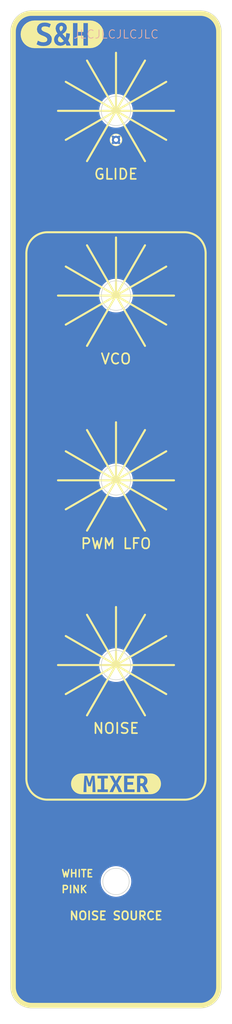
<source format=kicad_pcb>
(kicad_pcb (version 20211014) (generator pcbnew)
  (title_block (title "Josh Ox Ribbon Synth S&H panel") (date "2022-07-13") (rev "0") (comment 2 "creativecommons.org.licences/by.4.0") (comment 3 "license: CC by 4.0") (comment 4 "Author: Jordan Aceto"))
  (layers (0 "F.Cu" signal) (31 "B.Cu" signal) (34 "B.Paste" user) (35 "F.Paste" user) (36 "B.SilkS" user "B.Silkscreen") (37 "F.SilkS" user "F.Silkscreen") (38 "B.Mask" user) (39 "F.Mask" user "footprints") (44 "Edge.Cuts" user))
  (net 0 "")
  (net 1 "GND")
  (footprint "TestPoint:TestPoint_Keystone_5000-5004_Miniature" (layer "F.Cu") (at 60.325 51.435)
    (fp_text reference "TP1" hide)
    (fp_text value "dummy")
    (fp_circle (center 0 0) (end 1.4 0) (layer "F.SilkS") (width 0.15) (fill none))
    (pad "1" thru_hole circle (at 0 0) (size 2 2) (drill 1) (layers *.Cu *.Mask) (net 1 "GND"))
  )
  (footprint "kibuzzard-62C2EB71" (layer "F.Cu") (at 47.375 26.035)
    (fp_text reference "kibuzzard-62C2EB71" hide)
    (fp_text value "G***" hide)
    (fp_poly (pts (xy -6.177359 -3.332824) (xy -5.975449 -1.881584) (xy -5.605462 -2.392363) (xy -5.235354 -2.630047) (xy -4.782784 -2.772657) (xy -4.247753 -2.820194) (xy -3.781722 -2.791817) (xy -3.378993 -2.706688) (xy -2.754709 -2.453481) (xy -3.069034 -1.624013) (xy -3.553618 -1.833563) (xy -4.169171 -1.920875) (xy -4.644539 -1.851995) (xy -4.92976 -1.645356) (xy -5.024834 -1.300956) (xy -4.937521 -1.025922) (xy -4.714874 -0.816372) (xy -4.409281 -0.654844) (xy -4.073128 -0.523875) (xy -3.544887 -0.309959) (xy -3.038474 0.004366) (xy -2.658665 0.493316) (xy -1.924149 0.874216) (xy -1.763712 0.484584) (xy -1.496317 0.134243) (xy -1.121965 -0.157163) (xy -1.466849 -0.759619) (xy -1.602184 -1.414463) (xy -1.479946 -2.030016) (xy -1.15689 -2.470944) (xy -0.707231 -2.732881) (xy -0.196453 -2.820194) (xy 0.283766 -2.741613) (xy 6.17736 -2.697956) (xy 6.17736 2.706688) (xy 5.103416 2.706688) (xy 5.103416 0.323056) (xy 3.671491 0.323056) (xy 3.671491 2.706688) (xy 2.597547 2.706688) (xy 2.597547 -2.697956) (xy 3.671491 -2.697956) (xy 3.671491 -0.567531) (xy 5.103416 -0.567531) (xy 5.103416 -2.697956) (xy 6.17736 -2.697956) (xy 0.283766 -2.741613) (xy 0.702866 -2.510234) (xy 0.999729 -2.126059) (xy 1.113235 -1.589088) (xy 1.049933 -1.175445) (xy 0.860029 -0.772716) (xy 0.53479 -0.404912) (xy 0.065485 -0.096044) (xy 0.432197 0.331788) (xy 0.825104 0.777081) (xy 0.918965 0.290314) (xy 0.956072 -0.2794) (xy 1.84666 -0.165894) (xy 1.810644 0.305594) (xy 1.720057 0.742156) (xy 1.585814 1.141611) (xy 1.418829 1.501775) (xy 1.794272 2.0955) (xy 2.047479 2.706688) (xy 1.025922 2.706688) (xy 0.816372 2.243931) (xy 0.515144 2.474218) (xy 0.205185 2.641203) (xy -0.414734 2.776538) (xy -1.100137 2.6543) (xy -1.589087 2.326878) (xy -1.881584 1.851025) (xy -1.977628 1.283494) (xy -1.924149 0.874216) (xy -2.658665 0.493316) (xy -2.547342 0.824012) (xy -2.510234 1.231106) (xy -2.633563 1.904504) (xy -3.003549 2.405459) (xy -3.38918 2.635867) (xy -3.888316 2.774112) (xy -4.500959 2.820194) (xy -5.105598 2.784177) (xy -5.574903 2.676128) (xy -6.177359 2.409825) (xy -5.863034 1.5367) (xy -5.299868 1.798638) (xy -4.93643 1.890316) (xy -4.500959 1.920875) (xy -4.051299 1.864122) (xy -3.767534 1.706959) (xy -3.623468 1.479947) (xy -3.584178 1.222375) (xy -3.680221 0.925513) (xy -3.924696 0.694134) (xy -4.256484 0.510778) (xy -4.623196 0.357981) (xy -5.129609 0.157163) (xy -5.605462 -0.130969) (xy -5.959078 -0.563166) (xy -6.098778 -1.204913) (xy -5.975449 -1.881584) (xy -6.177359 -3.332824) (xy -6.689989 -3.332824) (xy -7.340191 -3.268785) (xy -7.965406 -3.079128) (xy -8.541607 -2.771142) (xy -9.046651 -2.356662) (xy -9.461131 -1.851618) (xy -9.769117 -1.275417) (xy -9.958774 -0.650202) (xy -10.022813 0) (xy -9.958774 0.650202) (xy -9.769117 1.275417) (xy -9.461131 1.851618) (xy -9.046651 2.356662) (xy -8.541607 2.771142) (xy -7.965406 3.079128) (xy -7.340191 3.268785) (xy -6.689989 3.332824) (xy -6.177359 3.332824) (xy 6.17736 3.332824) (xy 6.68999 3.332824) (xy 7.340192 3.268784) (xy 7.965406 3.079128) (xy 8.541607 2.771141) (xy 9.046652 2.356662) (xy 9.461131 1.851617) (xy 9.769117 1.275416) (xy 9.958774 0.650202) (xy 10.022813 0) (xy 9.958774 -0.650202) (xy 9.769117 -1.275416) (xy 9.461131 -1.851617) (xy 9.046652 -2.356662) (xy 8.541607 -2.771141) (xy 7.965406 -3.079128) (xy 7.340192 -3.268784) (xy 6.68999 -3.332824) (xy 6.17736 -3.332824) (xy -6.177359 -3.332824)) (layer "F.SilkS") (width 0) (fill solid))
    (fp_poly (pts (xy 0.388541 1.615281) (xy 0.139701 1.314053) (xy -0.117871 1.021556) (xy -0.377626 0.735608) (xy -0.633015 0.454025) (xy -0.942974 0.772716) (xy -1.060846 1.231106) (xy -0.908049 1.74625) (xy -0.38854 1.964531) (xy 0.013097 1.88595) (xy 0.388541 1.615281)) (layer "F.SilkS") (width 0) (fill solid))
    (fp_poly (pts (xy -0.676671 -1.46685) (xy -0.59809 -1.078309) (xy -0.379809 -0.672306) (xy 0.048022 -1.087041) (xy 0.196454 -1.580356) (xy 0.087313 -1.925241) (xy -0.196453 -2.043113) (xy -0.545703 -1.894681) (xy -0.676671 -1.46685)) (layer "F.SilkS") (width 0) (fill solid))
  )
  (footprint "kibuzzard-62C2EA91" (layer "F.Cu") (at 60.325 206.375)
    (fp_text reference "kibuzzard-62C2EA91" hide)
    (fp_text value "G***" hide)
    (fp_poly (pts (xy -7.82955 -2.50018) (xy -6.95325 -1.9431) (xy -6.842125 -1.6002) (xy -6.69925 -1.14935) (xy -6.54685 -0.6604) (xy -6.4008 -0.2032) (xy -6.24205 -0.688975) (xy -6.0833 -1.171575) (xy -5.9436 -1.60655) (xy -5.8293 -1.9431) (xy -5.1816 -1.9431) (xy 6.0833 -1.98755) (xy 6.403975 -1.9685) (xy 6.6929 -1.91135) (xy 6.9469 -1.814513) (xy 7.1628 -1.6764) (xy 7.464425 -1.273175) (xy 7.543006 -1.007269) (xy 7.5692 -0.6985) (xy 7.534275 -0.371475) (xy 7.4295 -0.0762) (xy 7.243762 0.169863) (xy 6.96595 0.34925) (xy 7.19455 0.714375) (xy 7.4295 1.133475) (xy 7.648575 1.571625) (xy 7.82955 1.98755) (xy 7.0104 1.98755) (xy 6.852443 1.613694) (xy 6.670675 1.254125) (xy 6.469856 0.899319) (xy 6.25475 0.53975) (xy 5.84835 0.53975) (xy 5.84835 1.98755) (xy 5.0673 1.98755) (xy 5.0673 -1.88595) (xy 5.318125 -1.933575) (xy 5.59435 -1.965325) (xy 5.86105 -1.9812) (xy 6.0833 -1.98755) (xy -5.1816 -1.9431) (xy -5.137944 -1.4351) (xy -5.095875 -0.9398) (xy -5.057775 -0.453231) (xy -5.026025 0.028575) (xy -4.999832 0.509588) (xy -4.9784 0.993775) (xy -4.4577 1.98755) (xy -4.4577 1.33985) (xy -3.60045 1.33985) (xy -3.60045 -1.2954) (xy -4.4577 -1.2954) (xy -4.4577 -1.9431) (xy -1.96215 -1.9431) (xy -1.96215 -1.2954) (xy -2.81305 -1.2954) (xy -2.81305 1.33985) (xy -1.96215 1.33985) (xy -1.368425 1.5748) (xy -1.23825 1.323975) (xy -1.095375 1.0541) (xy -0.942182 0.770731) (xy -0.78105 0.479425) (xy -0.619125 0.189706) (xy -0.46355 -0.0889) (xy -1.49225 -1.9431) (xy -0.6477 -1.9431) (xy -0.0254 -0.6858) (xy 0.62865 -1.9431) (xy 1.41605 -1.9431) (xy 0.41275 -0.10795) (xy 0.582612 0.17145) (xy 0.7493 0.46355) (xy 0.908843 0.758031) (xy 1.057275 1.044575) (xy 1.191418 1.317625) (xy 1.3081 1.571625) (xy 1.47955 1.98755) (xy 0.635 1.98755) (xy 0.500856 1.646238) (xy 0.339725 1.27) (xy 0.161131 0.8763) (xy -0.0254 0.4826) (xy -0.20955 0.864394) (xy -0.3937 1.260475) (xy -0.56515 1.643856) (xy -0.7112 1.98755) (xy -1.55575 1.98755) (xy -1.368425 1.5748) (xy -1.96215 1.33985) (xy -1.96215 1.98755) (xy -4.4577 1.98755) (xy -4.9784 0.993775) (xy -4.960938 1.485106) (xy -4.94665 1.98755) (xy -5.6642 1.98755) (xy -5.6261 -1.0668) (xy -6.1087 0.5969) (xy -6.6802 0.5969) (xy -7.14375 -1.0668) (xy -7.112 1.98755) (xy -7.82955 1.98755) (xy -7.809707 1.495425) (xy -7.788275 0.98425) (xy -7.765257 0.465138) (xy -7.74065 -0.0508) (xy -7.712869 -0.557213) (xy -7.680325 -1.04775) (xy -7.643019 -1.512888) (xy -7.60095 -1.9431) (xy -6.95325 -1.9431) (xy -7.82955 -2.50018) (xy -8.342181 -2.50018) (xy -8.829941 -2.45214) (xy -9.298958 -2.309865) (xy -9.731206 -2.078824) (xy -10.110074 -1.767894) (xy -10.421004 -1.389025) (xy -10.652045 -0.956777) (xy -10.79432 -0.487761) (xy -10.84236 0) (xy -10.79432 0.487761) (xy -10.652045 0.956777) (xy -10.421004 1.389025) (xy -10.110074 1.767894) (xy -9.731206 2.078824) (xy 1.94945 1.98755) (xy 1.94945 -1.9431) (xy 4.3307 -1.9431) (xy 4.3307 -1.2954) (xy 2.7305 -1.2954) (xy 2.7305 -0.41275) (xy 4.12115 -0.41275) (xy 4.12115 0.23495) (xy 2.7305 0.23495) (xy 2.7305 1.33985) (xy 4.4704 1.33985) (xy 4.4704 1.98755) (xy 1.94945 1.98755) (xy -9.731206 2.078824) (xy -9.298958 2.309865) (xy -8.829941 2.45214) (xy -8.342181 2.50018) (xy -7.82955 2.50018) (xy 7.82955 2.50018) (xy 8.34218 2.50018) (xy 8.829941 2.45214) (xy 9.298957 2.309865) (xy 9.731206 2.078824) (xy 10.110074 1.767894) (xy 10.421004 1.389026) (xy 10.652045 0.956778) (xy 10.79432 0.487761) (xy 10.84236 0) (xy 10.79432 -0.487761) (xy 10.652045 -0.956778) (xy 10.421004 -1.389026) (xy 10.110074 -1.767894) (xy 9.731206 -2.078824) (xy 9.298957 -2.309865) (xy 8.829941 -2.45214) (xy 8.34218 -2.50018) (xy 7.82955 -2.50018) (xy -7.82955 -2.50018)) (layer "F.SilkS") (width 0) (fill solid))
    (fp_poly (pts (xy 6.77545 -0.70485) (xy 6.727825 -0.974725) (xy 6.58495 -1.16205) (xy 6.364287 -1.271588) (xy 6.0833 -1.3081) (xy 5.97535 -1.304925) (xy 5.84835 -1.28905) (xy 5.84835 -0.10795) (xy 6.0198 -0.10795) (xy 6.364287 -0.146844) (xy 6.59765 -0.263525) (xy 6.77545 -0.70485)) (layer "F.SilkS") (width 0) (fill solid))
  )
  (gr_line (start 60.325 44.45) (end 60.325 30.48) (layer "F.SilkS") (width 0.5))
  (gr_line (start 60.325 44.45) (end 67.31 32.351625) (layer "F.SilkS") (width 0.5))
  (gr_line (start 60.325 133.35) (end 72.423375 140.335) (layer "F.SilkS") (width 0.5))
  (gr_line (start 60.325 133.35) (end 46.355 133.35) (layer "F.SilkS") (width 0.5))
  (gr_line (start 60.325 133.35) (end 72.423375 126.365) (layer "F.SilkS") (width 0.5))
  (gr_line (start 60.325 177.8) (end 72.423375 170.815) (layer "F.SilkS") (width 0.5))
  (gr_line (start 60.325 177.8) (end 72.423375 184.785) (layer "F.SilkS") (width 0.5))
  (gr_line (start 60.325 88.9) (end 48.226625 81.915) (layer "F.SilkS") (width 0.5))
  (gr_line (start 60.325 88.9) (end 72.423375 81.915) (layer "F.SilkS") (width 0.5))
  (gr_line (start 60.325 177.8) (end 60.325 163.83) (layer "F.SilkS") (width 0.5))
  (gr_line (start 40.005 20.955) (end 80.645 20.955) (layer "F.SilkS") (width 1.27))
  (gr_line (start 60.325 44.45) (end 74.295 44.45) (layer "F.SilkS") (width 0.5))
  (gr_line (start 60.325 88.9) (end 60.325 74.93) (layer "F.SilkS") (width 0.5))
  (gr_line (start 60.325 133.35) (end 74.295 133.35) (layer "F.SilkS") (width 0.5))
  (gr_line (start 38.735 78.74) (end 38.734998 205.105002) (layer "F.SilkS") (width 0.5))
  (gr_line (start 60.325 44.45) (end 53.34 56.548375) (layer "F.SilkS") (width 0.5))
  (gr_line (start 60.325 88.9) (end 53.34 100.998375) (layer "F.SilkS") (width 0.5))
  (gr_line (start 60.325 177.8) (end 46.355 177.8) (layer "F.SilkS") (width 0.5))
  (gr_line (start 60.325 88.9) (end 48.226625 95.885) (layer "F.SilkS") (width 0.5))
  (gr_line (start 60.325 177.8) (end 67.31 165.701625) (layer "F.SilkS") (width 0.5))
  (gr_line (start 60.325 88.9) (end 53.34 76.801625) (layer "F.SilkS") (width 0.5))
  (gr_arc (start 85.090002 255.269998) (mid 83.788092 258.41309) (end 80.645002 259.714998) (layer "F.SilkS") (width 1.27))
  (gr_line (start 60.325 177.8) (end 53.34 165.701625) (layer "F.SilkS") (width 0.5))
  (gr_line (start 60.325 133.35) (end 67.31 121.251625) (layer "F.SilkS") (width 0.5))
  (gr_line (start 43.814998 210.185002) (end 76.835 210.185) (layer "F.SilkS") (width 0.5))
  (gr_line (start 60.325 44.45) (end 67.31 56.548375) (layer "F.SilkS") (width 0.5))
  (gr_line (start 60.325 177.8) (end 67.31 189.898375) (layer "F.SilkS") (width 0.5))
  (gr_line (start 60.325 177.8) (end 53.34 189.898375) (layer "F.SilkS") (width 0.5))
  (gr_line (start 60.325 44.45) (end 48.226625 37.465) (layer "F.SilkS") (width 0.5))
  (gr_line (start 60.325 133.35) (end 48.226625 126.365) (layer "F.SilkS") (width 0.5))
  (gr_line (start 60.325 88.9) (end 67.31 100.998375) (layer "F.SilkS") (width 0.5))
  (gr_arc (start 81.915 205.105) (mid 80.427102 208.697102) (end 76.835 210.185) (layer "F.SilkS") (width 0.5))
  (gr_line (start 60.325 177.8) (end 74.295 177.8) (layer "F.SilkS") (width 0.5))
  (gr_line (start 35.56 255.27) (end 35.56 25.4) (layer "F.SilkS") (width 1.27))
  (gr_line (start 40.005 259.715) (end 80.645 259.715) (layer "F.SilkS") (width 1.27))
  (gr_line (start 60.325 44.45) (end 53.34 32.351625) (layer "F.SilkS") (width 0.5))
  (gr_line (start 60.325 44.45) (end 72.423375 37.465) (layer "F.SilkS") (width 0.5))
  (gr_line (start 60.325 44.45) (end 46.355 44.45) (layer "F.SilkS") (width 0.5))
  (gr_line (start 81.915 205.105) (end 81.915002 78.739998) (layer "F.SilkS") (width 0.5))
  (gr_arc (start 38.735 78.74) (mid 40.222898 75.147898) (end 43.815 73.66) (layer "F.SilkS") (width 0.5))
  (gr_arc (start 80.645 20.955) (mid 83.78809 22.25691) (end 85.09 25.4) (layer "F.SilkS") (width 1.27))
  (gr_line (start 60.325 88.9) (end 67.31 76.801625) (layer "F.SilkS") (width 0.5))
  (gr_line (start 60.325 133.35) (end 48.226625 140.335) (layer "F.SilkS") (width 0.5))
  (gr_line (start 60.325 133.35) (end 67.31 145.448375) (layer "F.SilkS") (width 0.5))
  (gr_line (start 60.325 133.35) (end 53.34 145.448375) (layer "F.SilkS") (width 0.5))
  (gr_line (start 60.325 88.9) (end 74.295 88.9) (layer "F.SilkS") (width 0.5))
  (gr_line (start 60.325 88.9) (end 46.355 88.9) (layer "F.SilkS") (width 0.5))
  (gr_line (start 60.325 133.35) (end 60.325 119.38) (layer "F.SilkS") (width 0.5))
  (gr_line (start 43.815 73.66) (end 76.835002 73.659998) (layer "F.SilkS") (width 0.5))
  (gr_arc (start 43.814998 210.185002) (mid 40.222896 208.697104) (end 38.734998 205.105002) (layer "F.SilkS") (width 0.5))
  (gr_arc (start 35.56 25.4) (mid 36.86191 22.25691) (end 40.005 20.955) (layer "F.SilkS") (width 1.27))
  (gr_line (start 60.325 44.45) (end 72.423375 51.435) (layer "F.SilkS") (width 0.5))
  (gr_line (start 60.325 88.9) (end 72.423375 95.885) (layer "F.SilkS") (width 0.5))
  (gr_line (start 60.325 133.35) (end 53.34 121.251625) (layer "F.SilkS") (width 0.5))
  (gr_line (start 60.325 177.8) (end 48.226625 170.815) (layer "F.SilkS") (width 0.5))
  (gr_line (start 60.325 177.8) (end 48.226625 184.785) (layer "F.SilkS") (width 0.5))
  (gr_line (start 85.09 255.27) (end 85.09 25.4) (layer "F.SilkS") (width 1.27))
  (gr_arc (start 76.835002 73.659998) (mid 80.427104 75.147896) (end 81.915002 78.739998) (layer "F.SilkS") (width 0.5))
  (gr_line (start 60.325 44.45) (end 48.226625 51.435) (layer "F.SilkS") (width 0.5))
  (gr_arc (start 40.005 259.715) (mid 36.86191 258.41309) (end 35.56 255.27) (layer "F.SilkS") (width 1.27))
  (gr_arc (start 85.725 255.27) (mid 84.237102 258.862102) (end 80.645 260.35) (layer "Edge.Cuts") (width 0.1))
  (gr_line (start 85.725 255.27) (end 85.725 25.4) (layer "Edge.Cuts") (width 0.1))
  (gr_circle (center 60.325 177.8) (end 63.875 177.8) (layer "Edge.Cuts") (width 0.15) (fill none))
  (gr_arc (start 80.645 20.32) (mid 84.237102 21.807898) (end 85.725 25.4) (layer "Edge.Cuts") (width 0.1))
  (gr_line (start 34.925 25.4) (end 34.925 255.27) (layer "Edge.Cuts") (width 0.1))
  (gr_line (start 80.645 20.32) (end 40.005 20.32) (layer "Edge.Cuts") (width 0.1))
  (gr_arc (start 40.005 260.35) (mid 36.412898 258.862102) (end 34.925 255.27) (layer "Edge.Cuts") (width 0.1))
  (gr_circle (center 60.325 229.87) (end 63.5 229.87) (layer "Edge.Cuts") (width 0.15) (fill none))
  (gr_line (start 40.005 260.35) (end 80.645 260.35) (layer "Edge.Cuts") (width 0.1))
  (gr_circle (center 60.325 88.9) (end 63.875 88.9) (layer "Edge.Cuts") (width 0.15) (fill none))
  (gr_circle (center 60.325 44.45) (end 63.875 44.45) (layer "Edge.Cuts") (width 0.15) (fill none))
  (gr_circle (center 60.325 133.35) (end 63.875 133.35) (layer "Edge.Cuts") (width 0.15) (fill none))
  (gr_arc (start 34.925 25.4) (mid 36.412898 21.807898) (end 40.005 20.32) (layer "Edge.Cuts") (width 0.1))
  (gr_text "JLCJLCJLCJLC" (at 60.325 26.035) (layer "B.SilkS") (effects (font (size 2 2) (thickness 0.2))))
  (gr_text "VCO" (at 60.325 104.14) (layer "F.SilkS") (effects (font (size 2.5 2.5) (thickness 0.4))))
  (gr_text "GLIDE" (at 60.325 59.69) (layer "F.SilkS") (effects (font (size 2.5 2.5) (thickness 0.4))))
  (gr_text "WHITE" (at 46.99 227.965) (layer "F.SilkS") (effects (font (size 1.75 1.75) (thickness 0.35)) (justify left)))
  (gr_text "NOISE" (at 60.325 193.04) (layer "F.SilkS") (effects (font (size 2.5 2.5) (thickness 0.4))))
  (gr_text "NOISE SOURCE" (at 60.325 238.125) (layer "F.SilkS") (effects (font (size 2 2) (thickness 0.4))))
  (gr_text "PINK" (at 46.99 231.775) (layer "F.SilkS") (effects (font (size 1.75 1.75) (thickness 0.35)) (justify left)))
  (gr_text "PWM LFO" (at 60.325 148.59) (layer "F.SilkS") (effects (font (size 2.5 2.5) (thickness 0.4))))
  (zone (net 1) (net_name "GND") (layers F&B.Cu) (connect_pads (clearance 0.508)) (min_thickness 0.254) (fill yes (thermal_gap 0.508) (thermal_bridge_width 0.508))
    (polygon (pts (xy 88.265 264.16) (xy 32.385 264.16) (xy 32.385 17.78) (xy 88.265 17.78)))
  )
)
</source>
